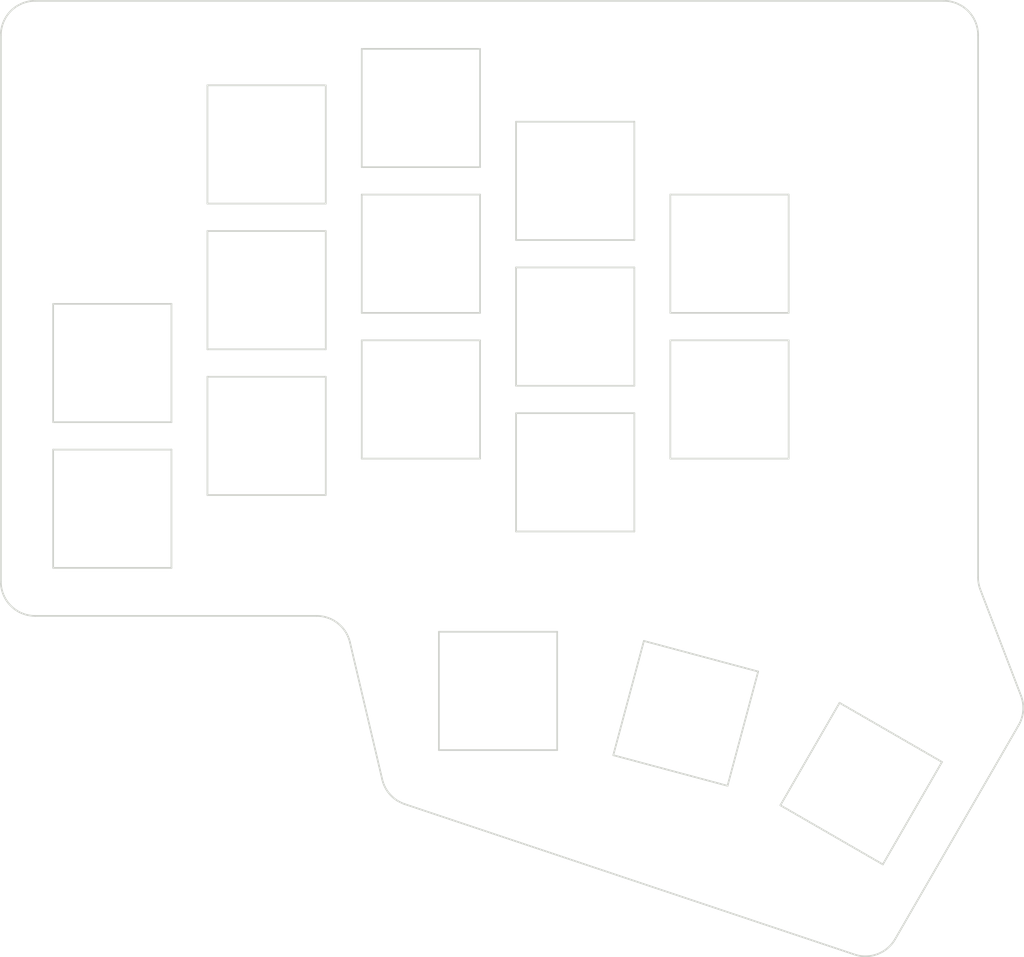
<source format=kicad_pcb>
(kicad_pcb (version 20221018) (generator pcbnew)

  (general
    (thickness 1.6)
  )

  (paper "A3")
  (title_block
    (title "abyss")
    (rev "v1.0.0")
    (company "zoriya")
  )

  (layers
    (0 "F.Cu" signal)
    (31 "B.Cu" signal)
    (32 "B.Adhes" user "B.Adhesive")
    (33 "F.Adhes" user "F.Adhesive")
    (34 "B.Paste" user)
    (35 "F.Paste" user)
    (36 "B.SilkS" user "B.Silkscreen")
    (37 "F.SilkS" user "F.Silkscreen")
    (38 "B.Mask" user)
    (39 "F.Mask" user)
    (40 "Dwgs.User" user "User.Drawings")
    (41 "Cmts.User" user "User.Comments")
    (42 "Eco1.User" user "User.Eco1")
    (43 "Eco2.User" user "User.Eco2")
    (44 "Edge.Cuts" user)
    (45 "Margin" user)
    (46 "B.CrtYd" user "B.Courtyard")
    (47 "F.CrtYd" user "F.Courtyard")
    (48 "B.Fab" user)
    (49 "F.Fab" user)
  )

  (setup
    (pad_to_mask_clearance 0.05)
    (pcbplotparams
      (layerselection 0x00010fc_ffffffff)
      (plot_on_all_layers_selection 0x0000000_00000000)
      (disableapertmacros false)
      (usegerberextensions false)
      (usegerberattributes true)
      (usegerberadvancedattributes true)
      (creategerberjobfile false)
      (dashed_line_dash_ratio 12.000000)
      (dashed_line_gap_ratio 3.000000)
      (svgprecision 4)
      (plotframeref false)
      (viasonmask false)
      (mode 1)
      (useauxorigin false)
      (hpglpennumber 1)
      (hpglpenspeed 20)
      (hpglpendiameter 15.000000)
      (dxfpolygonmode true)
      (dxfimperialunits true)
      (dxfusepcbnewfont true)
      (psnegative false)
      (psa4output false)
      (plotreference true)
      (plotvalue true)
      (plotinvisibletext false)
      (sketchpadsonfab false)
      (subtractmaskfromsilk false)
      (outputformat 1)
      (mirror false)
      (drillshape 0)
      (scaleselection 1)
      (outputdirectory "../../../Desktop/Nouveau dossier (2)/")
    )
  )

  (net 0 "")

  (gr_line (start 145.479714 143.323185) (end 141.71601 127.327443)
    (stroke (width 0.2) (type solid)) (layer "Edge.Cuts") (tstamp 00d9e04f-3bf9-4efe-86ac-dd697bf725ae))
  (gr_line (start 143.0904 71.8936) (end 156.8904 71.8936)
    (stroke (width 0.2) (type solid)) (layer "Edge.Cuts") (tstamp 04493568-ba38-435a-8cab-e37b7ef9bf91))
  (gr_line (start 143.0904 88.8936) (end 156.8904 88.8936)
    (stroke (width 0.2) (type solid)) (layer "Edge.Cuts") (tstamp 098e49ce-bd57-4b46-8513-87f36d19680b))
  (gr_line (start 120.8904 87.8436) (end 107.0904 87.8436)
    (stroke (width 0.2) (type solid)) (layer "Edge.Cuts") (tstamp 0bf85aa8-6460-4609-8068-d86d74140b8a))
  (gr_line (start 138.8904 96.3436) (end 125.0904 96.3436)
    (stroke (width 0.2) (type solid)) (layer "Edge.Cuts") (tstamp 0d9f7c8f-0ccd-4463-9066-58f363f3cf91))
  (gr_line (start 138.8904 110.1436) (end 138.8904 96.3436)
    (stroke (width 0.2) (type solid)) (layer "Edge.Cuts") (tstamp 10d5e716-2287-4e50-882e-96c23fd7f4ca))
  (gr_line (start 107.0904 87.8436) (end 107.0904 101.6436)
    (stroke (width 0.2) (type solid)) (layer "Edge.Cuts") (tstamp 158dae3d-ca05-480e-b9aa-44d312f7db48))
  (gr_line (start 161.0904 83.5936) (end 161.0904 97.3936)
    (stroke (width 0.2) (type solid)) (layer "Edge.Cuts") (tstamp 209b2654-ae38-4fea-b4f2-a45e5fd2e1c0))
  (gr_line (start 219.725198 136.987435) (end 205.312153 161.951563)
    (stroke (width 0.2) (type solid)) (layer "Edge.Cuts") (tstamp 27a1a45e-183b-4c59-891b-30bf1b67a604))
  (gr_line (start 176.004658 127.161862) (end 172.432955 140.491639)
    (stroke (width 0.2) (type solid)) (layer "Edge.Cuts") (tstamp 28195c82-1784-4b3c-99b6-4911cc8a0626))
  (gr_line (start 156.8904 58.0936) (end 143.0904 58.0936)
    (stroke (width 0.2) (type solid)) (layer "Edge.Cuts") (tstamp 29e7d307-2d58-411f-b7a8-6ecdd63c0ee3))
  (gr_line (start 125.0904 79.3436) (end 125.0904 93.1436)
    (stroke (width 0.2) (type solid)) (layer "Edge.Cuts") (tstamp 2f7f36dd-7dda-41e6-bf0e-72b87d62f944))
  (gr_line (start 179.0904 92.0936) (end 179.0904 105.8936)
    (stroke (width 0.2) (type solid)) (layer "Edge.Cuts") (tstamp 30b4b516-daab-485f-a3d0-d557c5b92be9))
  (gr_line (start 138.8904 79.3436) (end 125.0904 79.3436)
    (stroke (width 0.2) (type solid)) (layer "Edge.Cuts") (tstamp 30da1075-aa92-463e-b814-1d37c30e0573))
  (gr_line (start 174.8904 114.3936) (end 174.8904 100.5936)
    (stroke (width 0.2) (type solid)) (layer "Edge.Cuts") (tstamp 31cd4730-92b6-430f-a022-18238a439340))
  (gr_line (start 214.9904 56.4936) (end 214.9904 119.753402)
    (stroke (width 0.2) (type solid)) (layer "Edge.Cuts") (tstamp 32fdaaf4-f26c-42c5-842a-cae8d4e566f6))
  (gr_line (start 161.0904 100.5936) (end 161.0904 114.3936)
    (stroke (width 0.2) (type solid)) (layer "Edge.Cuts") (tstamp 343e3eb1-1068-401f-98c9-b2d3d573a1b4))
  (gr_line (start 203.87872 153.23434) (end 210.77872 141.28319)
    (stroke (width 0.2) (type solid)) (layer "Edge.Cuts") (tstamp 3e027a54-5a29-4194-99e6-1e74d8dc087b))
  (gr_line (start 156.8904 71.8936) (end 156.8904 58.0936)
    (stroke (width 0.2) (type solid)) (layer "Edge.Cuts") (tstamp 3e594da6-c689-4539-a7c1-4531ec2a1bdc))
  (gr_arc (start 148.105025 146.20061) (mid 146.418467 145.103038) (end 145.479714 143.323185)
    (stroke (width 0.2) (type solid)) (layer "Edge.Cuts") (tstamp 3fe5b425-f9a1-49af-ad57-468723b7d97d))
  (gr_line (start 143.0904 92.0936) (end 143.0904 105.8936)
    (stroke (width 0.2) (type solid)) (layer "Edge.Cuts") (tstamp 424023c7-8a79-4c30-bde2-e2f2a13989a2))
  (gr_line (start 179.0904 75.0936) (end 179.0904 88.8936)
    (stroke (width 0.2) (type solid)) (layer "Edge.Cuts") (tstamp 48997a8e-9550-4690-bcfe-6509979ad789))
  (gr_line (start 107.0904 118.6436) (end 120.8904 118.6436)
    (stroke (width 0.2) (type solid)) (layer "Edge.Cuts") (tstamp 4b51c4a6-0a97-4963-a30b-25a9a0a9a675))
  (gr_line (start 215.255277 121.184783) (end 219.99622 133.556053)
    (stroke (width 0.2) (type solid)) (layer "Edge.Cuts") (tstamp 4b5757fa-269f-4ae4-8326-e9efe1fb20ba))
  (gr_line (start 192.8904 75.0936) (end 179.0904 75.0936)
    (stroke (width 0.2) (type solid)) (layer "Edge.Cuts") (tstamp 4ecf9a40-6669-498c-9e22-9d1990836436))
  (gr_line (start 107.0904 101.6436) (end 120.8904 101.6436)
    (stroke (width 0.2) (type solid)) (layer "Edge.Cuts") (tstamp 4ee07d75-6f4a-47e1-818d-1867e99cb40a))
  (gr_line (start 137.822341 124.2436) (end 104.9904 124.2436)
    (stroke (width 0.2) (type solid)) (layer "Edge.Cuts") (tstamp 4f051319-8046-48ed-8bc5-d5103934662f))
  (gr_line (start 174.8904 80.3936) (end 174.8904 66.5936)
    (stroke (width 0.2) (type solid)) (layer "Edge.Cuts") (tstamp 51dc1820-7af5-4619-a5b0-004fae1d978b))
  (gr_line (start 125.0904 76.1436) (end 138.8904 76.1436)
    (stroke (width 0.2) (type solid)) (layer "Edge.Cuts") (tstamp 5583b1d1-fb93-4505-8816-1310c2759778))
  (gr_line (start 179.0904 105.8936) (end 192.8904 105.8936)
    (stroke (width 0.2) (type solid)) (layer "Edge.Cuts") (tstamp 58a9de01-0208-45ea-812c-d1524bb77b98))
  (gr_line (start 192.8904 105.8936) (end 192.8904 92.0936)
    (stroke (width 0.2) (type solid)) (layer "Edge.Cuts") (tstamp 5fb69cd0-c75c-46c0-97de-91afeb775c60))
  (gr_arc (start 104.9904 124.2436) (mid 102.161973 123.072027) (end 100.9904 120.2436)
    (stroke (width 0.2) (type solid)) (layer "Edge.Cuts") (tstamp 608c7a80-e0c4-4797-9e5c-36449c2b714e))
  (gr_line (start 192.8904 88.8936) (end 192.8904 75.0936)
    (stroke (width 0.2) (type solid)) (layer "Edge.Cuts") (tstamp 6646cb6a-3ecb-41fe-9e12-26d5f29f02b9))
  (gr_arc (start 137.822341 124.2436) (mid 140.305802 125.107964) (end 141.71601 127.327443)
    (stroke (width 0.2) (type solid)) (layer "Edge.Cuts") (tstamp 6ba6c95e-bdb7-4b45-a899-0b7bfe79c54c))
  (gr_line (start 125.0904 110.1436) (end 138.8904 110.1436)
    (stroke (width 0.2) (type solid)) (layer "Edge.Cuts") (tstamp 6c2844f6-a051-44ae-b866-41f9440e1f0f))
  (gr_line (start 174.8904 66.5936) (end 161.0904 66.5936)
    (stroke (width 0.2) (type solid)) (layer "Edge.Cuts") (tstamp 6c7063e4-4220-4990-be4f-f6bf2c727ede))
  (gr_line (start 152.0904 126.0936) (end 152.0904 139.8936)
    (stroke (width 0.2) (type solid)) (layer "Edge.Cuts") (tstamp 6fff25ee-af77-4a48-946a-0c04b5aa78cb))
  (gr_arc (start 100.9904 56.4936) (mid 102.161973 53.665173) (end 104.9904 52.4936)
    (stroke (width 0.2) (type solid)) (layer "Edge.Cuts") (tstamp 777f5141-7a62-4a4d-9d52-26626569ed94))
  (gr_line (start 165.8904 126.0936) (end 152.0904 126.0936)
    (stroke (width 0.2) (type solid)) (layer "Edge.Cuts") (tstamp 7a3ed682-46b4-4fd2-a25e-8c517f935b03))
  (gr_arc (start 205.312153 161.951563) (mid 203.265644 163.691932) (end 200.579694 163.745145)
    (stroke (width 0.2) (type solid)) (layer "Edge.Cuts") (tstamp 83041f40-abe5-46f9-95c1-49078e9b4fe3))
  (gr_line (start 143.0904 58.0936) (end 143.0904 71.8936)
    (stroke (width 0.2) (type solid)) (layer "Edge.Cuts") (tstamp 8380edf3-7edb-4321-a9db-74dbb9c9a561))
  (gr_arc (start 215.255277 121.184783) (mid 215.057177 120.481243) (end 214.9904 119.753402)
    (stroke (width 0.2) (type solid)) (layer "Edge.Cuts") (tstamp 86086d26-ffed-4349-b1b8-2958124ab663))
  (gr_line (start 138.8904 62.3436) (end 125.0904 62.3436)
    (stroke (width 0.2) (type solid)) (layer "Edge.Cuts") (tstamp 8f4c82ad-5647-4562-b92a-2eb9cf4ee468))
  (gr_line (start 125.0904 62.3436) (end 125.0904 76.1436)
    (stroke (width 0.2) (type solid)) (layer "Edge.Cuts") (tstamp 93b8fdef-1006-4d01-bc32-c31d993aaaa2))
  (gr_line (start 143.0904 105.8936) (end 156.8904 105.8936)
    (stroke (width 0.2) (type solid)) (layer "Edge.Cuts") (tstamp 93f248bc-009f-464e-b6ff-fef60b142175))
  (gr_line (start 143.0904 75.0936) (end 143.0904 88.8936)
    (stroke (width 0.2) (type solid)) (layer "Edge.Cuts") (tstamp 9931ee66-bfa9-4ed4-b955-47647fbfc43f))
  (gr_line (start 200.579694 163.745145) (end 148.105025 146.20061)
    (stroke (width 0.2) (type solid)) (layer "Edge.Cuts") (tstamp 9a90b591-b677-47ff-a9ce-d5cd6f8f1253))
  (gr_line (start 100.9904 120.2436) (end 100.9904 56.4936)
    (stroke (width 0.2) (type solid)) (layer "Edge.Cuts") (tstamp a1f57fba-d2e8-4a94-94ce-16ede5def3f6))
  (gr_line (start 156.8904 105.8936) (end 156.8904 92.0936)
    (stroke (width 0.2) (type solid)) (layer "Edge.Cuts") (tstamp a39f2c1f-9a82-45c3-8894-3c70554a5f28))
  (gr_line (start 161.0904 80.3936) (end 174.8904 80.3936)
    (stroke (width 0.2) (type solid)) (layer "Edge.Cuts") (tstamp a4e8da0d-4a95-4b67-a527-b0f480253380))
  (gr_line (start 138.8904 93.1436) (end 138.8904 79.3436)
    (stroke (width 0.2) (type solid)) (layer "Edge.Cuts") (tstamp a539dca7-1515-46a0-9dfc-9626c9ddad9b))
  (gr_line (start 174.8904 97.3936) (end 174.8904 83.5936)
    (stroke (width 0.2) (type solid)) (layer "Edge.Cuts") (tstamp a76a8fd6-937a-40d9-8118-342b67e34d8c))
  (gr_line (start 185.762731 144.063341) (end 189.334434 130.733565)
    (stroke (width 0.2) (type solid)) (layer "Edge.Cuts") (tstamp a9108c0a-afc7-4cc4-90df-cc22eb61c71b))
  (gr_arc (start 219.99622 133.556053) (mid 220.248663 135.302383) (end 219.725198 136.987435)
    (stroke (width 0.2) (type solid)) (layer "Edge.Cuts") (tstamp aeed8ad9-3dc0-4088-8525-6f589ee6ff55))
  (gr_line (start 120.8904 118.6436) (end 120.8904 104.8436)
    (stroke (width 0.2) (type solid)) (layer "Edge.Cuts") (tstamp b56ec501-fbb7-4f02-bac4-9dd14e6151d0))
  (gr_line (start 156.8904 75.0936) (end 143.0904 75.0936)
    (stroke (width 0.2) (type solid)) (layer "Edge.Cuts") (tstamp be2840b3-e38e-4691-b6dc-36d05ad4a1c3))
  (gr_line (start 192.8904 92.0936) (end 179.0904 92.0936)
    (stroke (width 0.2) (type solid)) (layer "Edge.Cuts") (tstamp c0de10d7-5ef6-4cc8-99e5-bc8c90790e40))
  (gr_line (start 161.0904 114.3936) (end 174.8904 114.3936)
    (stroke (width 0.2) (type solid)) (layer "Edge.Cuts") (tstamp c211cf4c-6fe1-4300-b435-f80b912c5474))
  (gr_line (start 156.8904 88.8936) (end 156.8904 75.0936)
    (stroke (width 0.2) (type solid)) (layer "Edge.Cuts") (tstamp c50945d3-d5ee-4290-a89a-28b3052fb54a))
  (gr_line (start 138.8904 76.1436) (end 138.8904 62.3436)
    (stroke (width 0.2) (type solid)) (layer "Edge.Cuts") (tstamp c5189180-f117-4f79-8025-5931e210b39f))
  (gr_line (start 179.0904 88.8936) (end 192.8904 88.8936)
    (stroke (width 0.2) (type solid)) (layer "Edge.Cuts") (tstamp c7c7d30c-8e39-44b6-bce1-affe33551702))
  (gr_line (start 172.432955 140.491639) (end 185.762731 144.063341)
    (stroke (width 0.2) (type solid)) (layer "Edge.Cuts") (tstamp c8c49725-65f0-42e7-878c-b1608457b2e8))
  (gr_line (start 120.8904 101.6436) (end 120.8904 87.8436)
    (stroke (width 0.2) (type solid)) (layer "Edge.Cuts") (tstamp d1918398-9cd8-432a-bcf1-81b5fbb7cb62))
  (gr_line (start 125.0904 93.1436) (end 138.8904 93.1436)
    (stroke (width 0.2) (type solid)) (layer "Edge.Cuts") (tstamp d55fb05f-ae5e-4fb7-b0be-84417952e948))
  (gr_line (start 189.334434 130.733565) (end 176.004658 127.161862)
    (stroke (width 0.2) (type solid)) (layer "Edge.Cuts") (tstamp d7c9c605-b51e-4ad2-8195-b5c962bdc590))
  (gr_line (start 104.9904 52.4936) (end 210.9904 52.4936)
    (stroke (width 0.2) (type solid)) (layer "Edge.Cuts") (tstamp d9a40507-ac14-4958-a647-d8d4aa00d484))
  (gr_line (start 161.0904 66.5936) (end 161.0904 80.3936)
    (stroke (width 0.2) (type solid)) (layer "Edge.Cuts") (tstamp dc352a9c-1409-4200-aaf4-1cadc339b4fd))
  (gr_line (start 174.8904 100.5936) (end 161.0904 100.5936)
    (stroke (width 0.2) (type solid)) (layer "Edge.Cuts") (tstamp e07cec03-f1d3-4b59-ae57-f3ecac2fdb91))
  (gr_line (start 191.92757 146.33434) (end 203.87872 153.23434)
    (stroke (width 0.2) (type solid)) (layer "Edge.Cuts") (tstamp e41d74d2-ce14-4796-921d-255bdab21795))
  (gr_line (start 161.0904 97.3936) (end 174.8904 97.3936)
    (stroke (width 0.2) (type solid)) (layer "Edge.Cuts") (tstamp e43d5192-8147-4b01-b32e-1967fdc3714e))
  (gr_line (start 210.77872 141.28319) (end 198.82757 134.38319)
    (stroke (width 0.2) (type solid)) (layer "Edge.Cuts") (tstamp e8316767-2bbd-42aa-adf0-0488d5c7f2ed))
  (gr_line (start 120.8904 104.8436) (end 107.0904 104.8436)
    (stroke (width 0.2) (type solid)) (layer "Edge.Cuts") (tstamp ec0bc9d4-1458-46a2-b47d-179742f727da))
  (gr_line (start 152.0904 139.8936) (end 165.8904 139.8936)
    (stroke (width 0.2) (type solid)) (layer "Edge.Cuts") (tstamp ef1324cf-1371-400a-ac51-10e1d9f6ca12))
  (gr_line (start 174.8904 83.5936) (end 161.0904 83.5936)
    (stroke (width 0.2) (type solid)) (layer "Edge.Cuts") (tstamp ef9a2922-4315-43b6-b25a-3f2f4f296af7))
  (gr_line (start 107.0904 104.8436) (end 107.0904 118.6436)
    (stroke (width 0.2) (type solid)) (layer "Edge.Cuts") (tstamp f3c6919e-25dd-4220-987c-dfbc4b9a521d))
  (gr_line (start 198.82757 134.38319) (end 191.92757 146.33434)
    (stroke (width 0.2) (type solid)) (layer "Edge.Cuts") (tstamp f5422510-2414-476a-9d39-685058d2b5a0))
  (gr_line (start 125.0904 96.3436) (end 125.0904 110.1436)
    (stroke (width 0.2) (type solid)) (layer "Edge.Cuts") (tstamp f784cdd4-459c-4009-ad4d-ca6bc683a7de))
  (gr_line (start 165.8904 139.8936) (end 165.8904 126.0936)
    (stroke (width 0.2) (type solid)) (layer "Edge.Cuts") (tstamp f8a876f6-11ea-45d9-a8c9-9a0c295bf4b3))
  (gr_arc (start 210.9904 52.4936) (mid 213.818827 53.665173) (end 214.9904 56.4936)
    (stroke (width 0.2) (type solid)) (layer "Edge.Cuts") (tstamp f9032920-2995-4716-bcea-7093c9cdbfcd))
  (gr_line (start 156.8904 92.0936) (end 143.0904 92.0936)
    (stroke (width 0.2) (type solid)) (layer "Edge.Cuts") (tstamp fb6ff48f-65e4-4a59-9432-edf44b3d5c08))

  (group "" (id e050c1cd-264f-43ce-b460-4eefa04c45a6)
    (members
      00d9e04f-3bf9-4efe-86ac-dd697bf725ae
      04493568-ba38-435a-8cab-e37b7ef9bf91
      098e49ce-bd57-4b46-8513-87f36d19680b
      0bf85aa8-6460-4609-8068-d86d74140b8a
      0d9f7c8f-0ccd-4463-9066-58f363f3cf91
      10d5e716-2287-4e50-882e-96c23fd7f4ca
      158dae3d-ca05-480e-b9aa-44d312f7db48
      209b2654-ae38-4fea-b4f2-a45e5fd2e1c0
      27a1a45e-183b-4c59-891b-30bf1b67a604
      28195c82-1784-4b3c-99b6-4911cc8a0626
      29e7d307-2d58-411f-b7a8-6ecdd63c0ee3
      2f7f36dd-7dda-41e6-bf0e-72b87d62f944
      30b4b516-daab-485f-a3d0-d557c5b92be9
      30da1075-aa92-463e-b814-1d37c30e0573
      31cd4730-92b6-430f-a022-18238a439340
      32fdaaf4-f26c-42c5-842a-cae8d4e566f6
      343e3eb1-1068-401f-98c9-b2d3d573a1b4
      3e027a54-5a29-4194-99e6-1e74d8dc087b
      3e594da6-c689-4539-a7c1-4531ec2a1bdc
      3fe5b425-f9a1-49af-ad57-468723b7d97d
      424023c7-8a79-4c30-bde2-e2f2a13989a2
      48997a8e-9550-4690-bcfe-6509979ad789
      4b51c4a6-0a97-4963-a30b-25a9a0a9a675
      4b5757fa-269f-4ae4-8326-e9efe1fb20ba
      4ecf9a40-6669-498c-9e22-9d1990836436
      4ee07d75-6f4a-47e1-818d-1867e99cb40a
      4f051319-8046-48ed-8bc5-d5103934662f
      51dc1820-7af5-4619-a5b0-004fae1d978b
      5583b1d1-fb93-4505-8816-1310c2759778
      58a9de01-0208-45ea-812c-d1524bb77b98
      5fb69cd0-c75c-46c0-97de-91afeb775c60
      608c7a80-e0c4-4797-9e5c-36449c2b714e
      6646cb6a-3ecb-41fe-9e12-26d5f29f02b9
      6ba6c95e-bdb7-4b45-a899-0b7bfe79c54c
      6c2844f6-a051-44ae-b866-41f9440e1f0f
      6c7063e4-4220-4990-be4f-f6bf2c727ede
      6fff25ee-af77-4a48-946a-0c04b5aa78cb
      777f5141-7a62-4a4d-9d52-26626569ed94
      7a3ed682-46b4-4fd2-a25e-8c517f935b03
      83041f40-abe5-46f9-95c1-49078e9b4fe3
      8380edf3-7edb-4321-a9db-74dbb9c9a561
      86086d26-ffed-4349-b1b8-2958124ab663
      8f4c82ad-5647-4562-b92a-2eb9cf4ee468
      93b8fdef-1006-4d01-bc32-c31d993aaaa2
      93f248bc-009f-464e-b6ff-fef60b142175
      9931ee66-bfa9-4ed4-b955-47647fbfc43f
      9a90b591-b677-47ff-a9ce-d5cd6f8f1253
      a1f57fba-d2e8-4a94-94ce-16ede5def3f6
      a39f2c1f-9a82-45c3-8894-3c70554a5f28
      a4e8da0d-4a95-4b67-a527-b0f480253380
      a539dca7-1515-46a0-9dfc-9626c9ddad9b
      a76a8fd6-937a-40d9-8118-342b67e34d8c
      a9108c0a-afc7-4cc4-90df-cc22eb61c71b
      aeed8ad9-3dc0-4088-8525-6f589ee6ff55
      b56ec501-fbb7-4f02-bac4-9dd14e6151d0
      be2840b3-e38e-4691-b6dc-36d05ad4a1c3
      c0de10d7-5ef6-4cc8-99e5-bc8c90790e40
      c211cf4c-6fe1-4300-b435-f80b912c5474
      c50945d3-d5ee-4290-a89a-28b3052fb54a
      c5189180-f117-4f79-8025-5931e210b39f
      c7c7d30c-8e39-44b6-bce1-affe33551702
      c8c49725-65f0-42e7-878c-b1608457b2e8
      d1918398-9cd8-432a-bcf1-81b5fbb7cb62
      d55fb05f-ae5e-4fb7-b0be-84417952e948
      d7c9c605-b51e-4ad2-8195-b5c962bdc590
      d9a40507-ac14-4958-a647-d8d4aa00d484
      dc352a9c-1409-4200-aaf4-1cadc339b4fd
      e07cec03-f1d3-4b59-ae57-f3ecac2fdb91
      e41d74d2-ce14-4796-921d-255bdab21795
      e43d5192-8147-4b01-b32e-1967fdc3714e
      e8316767-2bbd-42aa-adf0-0488d5c7f2ed
      ec0bc9d4-1458-46a2-b47d-179742f727da
      ef1324cf-1371-400a-ac51-10e1d9f6ca12
      ef9a2922-4315-43b6-b25a-3f2f4f296af7
      f3c6919e-25dd-4220-987c-dfbc4b9a521d
      f5422510-2414-476a-9d39-685058d2b5a0
      f784cdd4-459c-4009-ad4d-ca6bc683a7de
      f8a876f6-11ea-45d9-a8c9-9a0c295bf4b3
      f9032920-2995-4716-bcea-7093c9cdbfcd
      fb6ff48f-65e4-4a59-9432-edf44b3d5c08
    )
  )
)

</source>
